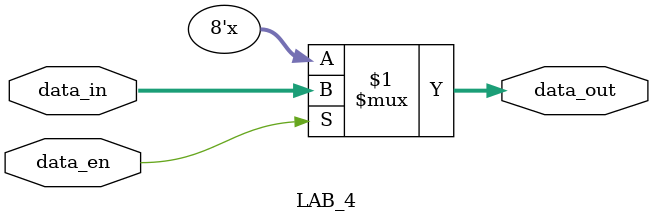
<source format=v>
module LAB_4(data_in,data_out,data_en);
    
parameter WIDTH = 8 ;

input data_en ;
input [WIDTH-1:0] data_in ;

output [WIDTH-1:0] data_out ;

    assign data_out = (data_en) ? data_in : {WIDTH{1'bz}} ;


endmodule
</source>
